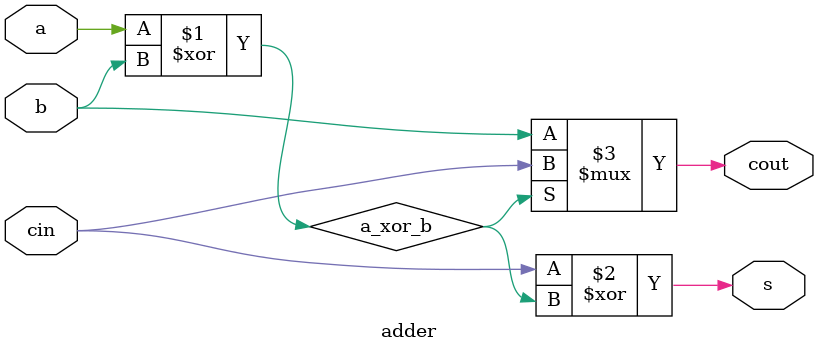
<source format=v>
/*
	Author: Quyet Luu
	Date: 7/27/2016
*/

module lab2_part3(SW, LEDG);
input [8:0] SW;
output [4:0] LEDG;
wire [2:0] cout;
adder add0(SW[0],SW[4],SW[8],LEDG[0],cout[0]);
adder add1(SW[1],SW[5],cout[0],LEDG[1],cout[1]);
adder add2(SW[2],SW[6],cout[1],LEDG[2],cout[2]);
adder add3(SW[3],SW[7],cout[2],LEDG[3],LEDG[4]);


endmodule


module adder(a,b,cin,s,cout);
input a,b,cin;
output s,cout;
wire a_xor_b;

assign a_xor_b = a ^ b;
assign s = cin ^ a_xor_b;
assign cout = a_xor_b? cin : b;

endmodule 
</source>
